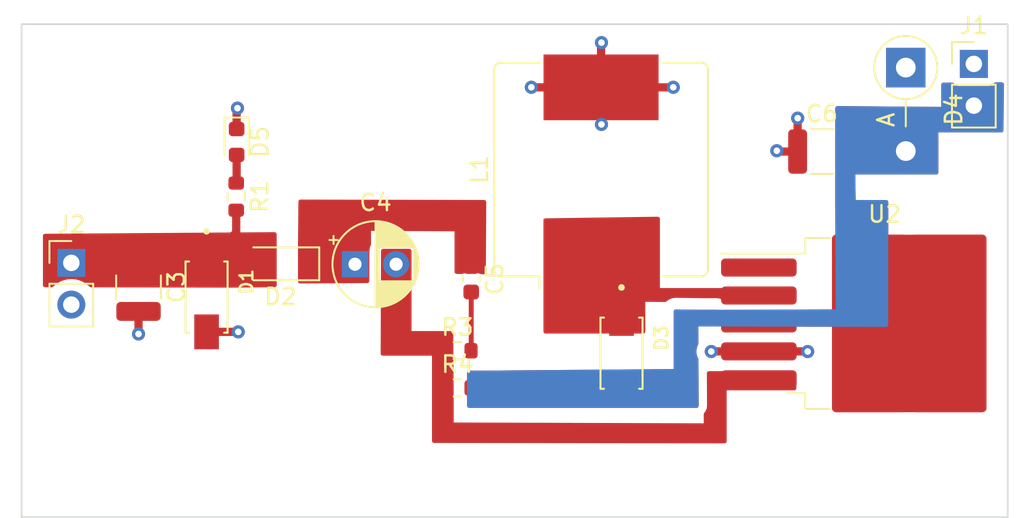
<source format=kicad_pcb>
(kicad_pcb (version 20221018) (generator pcbnew)
  (layers (0 "F.Cu" signal) (1 "In1.Cu" power "GND-1") (2 "In2.Cu" power "GND-2") (31 "B.Cu" signal) (34 "B.Paste" user) (35 "F.Paste" user) (36 "B.SilkS" user "B.Silkscreen") (37 "F.SilkS" user "F.Silkscreen") (38 "B.Mask" user) (39 "F.Mask" user) (44 "Edge.Cuts" user))
  (net 0 "")
  (net 1 "GND")
  (net 2 "-5V")
  (net 3 "+12V")
  (net 4 "Net-(D2-K)")
  (net 5 "Net-(U2-~{ON}{slash}OFF)")
  (net 6 "Net-(C5-Pad2)")
  (net 7 "Net-(U2-OUT)")
  (net 8 "Net-(D5-A)")
  (footprint "Connector_PinHeader_2.54mm:PinHeader_1x02_P2.54mm_Vertical" (layer "F.Cu") (at 67.9704 12.5476)
    (fp_text reference "J1" (at 0 -2.33) (layer "F.SilkS"))
    (fp_text value "OUT-SOCKET")
    (fp_line (start -1.33 -1.33) (end 0 -1.33) (stroke (width 0.12)) (layer "F.SilkS"))
    (fp_line (start -1.33 0) (end -1.33 -1.33) (stroke (width 0.12)) (layer "F.SilkS"))
    (fp_line (start -1.33 1.27) (end -1.33 3.87) (stroke (width 0.12)) (layer "F.SilkS"))
    (fp_line (start -1.33 1.27) (end 1.33 1.27) (stroke (width 0.12)) (layer "F.SilkS"))
    (fp_line (start -1.33 3.87) (end 1.33 3.87) (stroke (width 0.12)) (layer "F.SilkS"))
    (fp_line (start 1.33 1.27) (end 1.33 3.87) (stroke (width 0.12)) (layer "F.SilkS"))
    (pad "1" thru_hole rect (at 0 0) (size 1.7 1.7) (drill 1) (layers "*.Cu" "*.Mask") (net 1 "GND"))
    (pad "2" thru_hole oval (at 0 2.54) (size 1.7 1.7) (drill 1) (layers "*.Cu" "*.Mask") (net 2 "-5V"))
  )
  (footprint "Capacitor_SMD:C_1210_3225Metric" (layer "F.Cu") (at 17.145 26.1328 -90)
    (fp_text reference "C3" (at 0 -2.3 90) (layer "F.SilkS"))
    (fp_text value "100uF")
    (fp_line (start -0.711252 -1.36) (end 0.711252 -1.36) (stroke (width 0.12)) (layer "F.SilkS"))
    (fp_line (start -0.711252 1.36) (end 0.711252 1.36) (stroke (width 0.12)) (layer "F.SilkS"))
    (pad "1" smd roundrect (at -1.475 0 270) (size 1.15 2.7) (layers "F.Cu" "F.Paste" "F.Mask") (roundrect_rratio 0.217391) (net 3 "+12V"))
    (pad "2" smd roundrect (at 1.475 0 270) (size 1.15 2.7) (layers "F.Cu" "F.Paste" "F.Mask") (roundrect_rratio 0.217391) (net 1 "GND"))
  )
  (footprint "ES1J-mod:DIOM4325X250N" (layer "F.Cu") (at 46.5328 30.1498 -90)
    (fp_text reference "D3" (at -0.925 -2.43 -90) (layer "F.SilkS") (effects (font (size 0.787402 0.787402))))
    (fp_text value "ES1J")
    (fp_line (start -2.165 -1.28) (end -2.165 -1.07) (stroke (width 0.127)) (layer "F.SilkS"))
    (fp_line (start -2.165 1.28) (end -2.165 1.07) (stroke (width 0.127)) (layer "F.SilkS"))
    (fp_line (start -2.165 1.28) (end 2.165 1.28) (stroke (width 0.127)) (layer "F.SilkS"))
    (fp_line (start 2.165 -1.28) (end -2.165 -1.28) (stroke (width 0.127)) (layer "F.SilkS"))
    (fp_line (start 2.165 -1.07) (end 2.165 -1.28) (stroke (width 0.127)) (layer "F.SilkS"))
    (fp_line (start 2.165 1.28) (end 2.165 1.07) (stroke (width 0.127)) (layer "F.SilkS"))
    (fp_circle (center -4 0) (end -3.9 0) (stroke (width 0.2)) (fill none) (layer "F.SilkS"))
    (pad "A" smd rect (at 2.115 0 270) (size 2.12 1.5) (layers "F.Cu" "F.Paste" "F.Mask") (net 2 "-5V"))
    (pad "C" smd rect (at -2.115 0 270) (size 2.12 1.5) (layers "F.Cu" "F.Paste" "F.Mask") (net 7 "Net-(U2-OUT)"))
  )
  (footprint "Inductor_SMD:L_Bourns_SRR1208_12.7x12.7mm" (layer "F.Cu") (at 45.2882 18.9738 90)
    (fp_text reference "L1" (at 0 -7.4 90) (layer "F.SilkS"))
    (fp_text value "33uH")
    (fp_line (start -6.5 -6.1) (end -6.5 -3.75) (stroke (width 0.12)) (layer "F.SilkS"))
    (fp_line (start -6.5 -3.75) (end -7.25 -3.75) (stroke (width 0.12)) (layer "F.SilkS"))
    (fp_line (start -6.5 3.75) (end -6.5 6.1) (stroke (width 0.12)) (layer "F.SilkS"))
    (fp_line (start -6.1 -6.5) (end 6.1 -6.5) (stroke (width 0.12)) (layer "F.SilkS"))
    (fp_line (start 6.1 6.5) (end -6.1 6.5) (stroke (width 0.12)) (layer "F.SilkS"))
    (fp_line (start 6.5 -6.1) (end 6.5 -3.75) (stroke (width 0.12)) (layer "F.SilkS"))
    (fp_line (start 6.5 3.75) (end 6.5 6.1) (stroke (width 0.12)) (layer "F.SilkS"))
    (fp_arc (start -6.5 -6.1) (mid -6.382843 -6.382843) (end -6.1 -6.5) (stroke (width 0.12)) (layer "F.SilkS"))
    (fp_arc (start -6.1 6.5) (mid -6.382843 6.382843) (end -6.5 6.1) (stroke (width 0.12)) (layer "F.SilkS"))
    (fp_arc (start 6.1 -6.5) (mid 6.382843 -6.382843) (end 6.5 -6.1) (stroke (width 0.12)) (layer "F.SilkS"))
    (fp_arc (start 6.5 6.1) (mid 6.382843 6.382843) (end 6.1 6.5) (stroke (width 0.12)) (layer "F.SilkS"))
    (pad "1" smd rect (at -5 0 90) (size 4 7) (layers "F.Cu" "F.Paste" "F.Mask") (net 7 "Net-(U2-OUT)"))
    (pad "2" smd rect (at 5 0 90) (size 4 7) (layers "F.Cu" "F.Paste" "F.Mask") (net 1 "GND"))
  )
  (footprint "Resistor_SMD:R_0603_1608Metric" (layer "F.Cu") (at 36.5506 29.9974)
    (fp_text reference "R3" (at 0 -1.43) (layer "F.SilkS"))
    (fp_text value "47K")
    (fp_line (start -0.237258 -0.5225) (end 0.237258 -0.5225) (stroke (width 0.12)) (layer "F.SilkS"))
    (fp_line (start -0.237258 0.5225) (end 0.237258 0.5225) (stroke (width 0.12)) (layer "F.SilkS"))
    (pad "1" smd roundrect (at -0.825 0) (size 0.8 0.95) (layers "F.Cu" "F.Paste" "F.Mask") (net 5 "Net-(U2-~{ON}{slash}OFF)"))
    (pad "2" smd roundrect (at 0.825 0) (size 0.8 0.95) (layers "F.Cu" "F.Paste" "F.Mask") (net 6 "Net-(C5-Pad2)"))
  )
  (footprint "Resistor_SMD:R_0603_1608Metric" (layer "F.Cu") (at 23.0886 20.6248 -90)
    (fp_text reference "R1" (at 0 -1.43 90) (layer "F.SilkS"))
    (fp_text value "47K")
    (fp_line (start -0.237258 -0.5225) (end 0.237258 -0.5225) (stroke (width 0.12)) (layer "F.SilkS"))
    (fp_line (start -0.237258 0.5225) (end 0.237258 0.5225) (stroke (width 0.12)) (layer "F.SilkS"))
    (pad "1" smd roundrect (at -0.825 0 270) (size 0.8 0.95) (layers "F.Cu" "F.Paste" "F.Mask") (net 8 "Net-(D5-A)"))
    (pad "2" smd roundrect (at 0.825 0 270) (size 0.8 0.95) (layers "F.Cu" "F.Paste" "F.Mask") (net 3 "+12V"))
  )
  (footprint "LED_SMD:LED_0603_1608Metric" (layer "F.Cu") (at 23.114 17.2974 -90)
    (fp_text reference "D5" (at 0 -1.43 90) (layer "F.SilkS"))
    (fp_text value "LED")
    (fp_line (start -1.485 -0.735) (end -1.485 0.735) (stroke (width 0.12)) (layer "F.SilkS"))
    (fp_line (start -1.485 0.735) (end 0.8 0.735) (stroke (width 0.12)) (layer "F.SilkS"))
    (fp_line (start 0.8 -0.735) (end -1.485 -0.735) (stroke (width 0.12)) (layer "F.SilkS"))
    (pad "1" smd roundrect (at -0.7875 0 270) (size 0.875 0.95) (layers "F.Cu" "F.Paste" "F.Mask") (net 1 "GND"))
    (pad "2" smd roundrect (at 0.7875 0 270) (size 0.875 0.95) (layers "F.Cu" "F.Paste" "F.Mask") (net 8 "Net-(D5-A)"))
  )
  (footprint "Diode_SMD:D_SOD-123" (layer "F.Cu") (at 25.781 24.7104 180)
    (fp_text reference "D2" (at 0 -2) (layer "F.SilkS"))
    (fp_text value "SS34")
    (fp_line (start -2.36 -1) (end -2.36 1) (stroke (width 0.12)) (layer "F.SilkS"))
    (fp_line (start -2.36 -1) (end 1.65 -1) (stroke (width 0.12)) (layer "F.SilkS"))
    (fp_line (start -2.36 1) (end 1.65 1) (stroke (width 0.12)) (layer "F.SilkS"))
    (pad "1" smd roundrect (at -1.65 0 180) (size 0.9 1.2) (layers "F.Cu" "F.Paste" "F.Mask") (net 4 "Net-(D2-K)"))
    (pad "2" smd roundrect (at 1.65 0 180) (size 0.9 1.2) (layers "F.Cu" "F.Paste" "F.Mask") (net 3 "+12V"))
  )
  (footprint "Diode_THT:D_DO-15_P5.08mm_Vertical_AnodeUp" (layer "F.Cu") (at 63.8302 12.7714 -90)
    (fp_text reference "D4" (at 2.54 -2.92 90) (layer "F.SilkS"))
    (fp_text value "D-X-1A")
    (fp_text user "A" (at 3.18 1.2 90) (layer "F.SilkS"))
    (fp_line (start 1.92 0) (end 3.58 0) (stroke (width 0.12)) (layer "F.SilkS"))
    (fp_circle (center 0 0) (end 1.92 0) (stroke (width 0.12)) (fill none) (layer "F.SilkS"))
    (pad "1" thru_hole rect (at 0 0 270) (size 2.4 2.4) (drill 1.2) (layers "*.Cu" "*.Mask") (net 1 "GND"))
    (pad "2" thru_hole oval (at 5.08 0 270) (size 2.4 2.4) (drill 1.2) (layers "*.Cu" "*.Mask") (net 2 "-5V"))
  )
  (footprint "Resistor_SMD:R_0603_1608Metric" (layer "F.Cu") (at 36.5506 32.258)
    (fp_text reference "R4" (at 0 -1.43) (layer "F.SilkS"))
    (fp_text value "47K")
    (fp_line (start -0.237258 -0.5225) (end 0.237258 -0.5225) (stroke (width 0.12)) (layer "F.SilkS"))
    (fp_line (start -0.237258 0.5225) (end 0.237258 0.5225) (stroke (width 0.12)) (layer "F.SilkS"))
    (pad "1" smd roundrect (at -0.825 0) (size 0.8 0.95) (layers "F.Cu" "F.Paste" "F.Mask") (net 5 "Net-(U2-~{ON}{slash}OFF)"))
    (pad "2" smd roundrect (at 0.825 0) (size 0.8 0.95) (layers "F.Cu" "F.Paste" "F.Mask") (net 2 "-5V"))
  )
  (footprint "Connector_PinHeader_2.54mm:PinHeader_1x02_P2.54mm_Vertical" (layer "F.Cu") (at 13.0556 24.6546)
    (fp_text reference "J2" (at 0 -2.33) (layer "F.SilkS"))
    (fp_text value "IN-SOCKET")
    (fp_line (start -1.33 -1.33) (end 0 -1.33) (stroke (width 0.12)) (layer "F.SilkS"))
    (fp_line (start -1.33 0) (end -1.33 -1.33) (stroke (width 0.12)) (layer "F.SilkS"))
    (fp_line (start -1.33 1.27) (end -1.33 3.87) (stroke (width 0.12)) (layer "F.SilkS"))
    (fp_line (start -1.33 1.27) (end 1.33 1.27) (stroke (width 0.12)) (layer "F.SilkS"))
    (fp_line (start -1.33 3.87) (end 1.33 3.87) (stroke (width 0.12)) (layer "F.SilkS"))
    (fp_line (start 1.33 1.27) (end 1.33 3.87) (stroke (width 0.12)) (layer "F.SilkS"))
    (pad "1" thru_hole rect (at 0 0) (size 1.7 1.7) (drill 1) (layers "*.Cu" "*.Mask") (net 3 "+12V"))
    (pad "2" thru_hole oval (at 0 2.54) (size 1.7 1.7) (drill 1) (layers "*.Cu" "*.Mask") (net 1 "GND"))
  )
  (footprint "Capacitor_SMD:C_1210_3225Metric" (layer "F.Cu") (at 58.723 17.8816)
    (fp_text reference "C6" (at 0 -2.3) (layer "F.SilkS"))
    (fp_text value "47uF")
    (fp_line (start -0.711252 -1.36) (end 0.711252 -1.36) (stroke (width 0.12)) (layer "F.SilkS"))
    (fp_line (start -0.711252 1.36) (end 0.711252 1.36) (stroke (width 0.12)) (layer "F.SilkS"))
    (pad "1" smd roundrect (at -1.475 0) (size 1.15 2.7) (layers "F.Cu" "F.Paste" "F.Mask") (roundrect_rratio 0.217391) (net 1 "GND"))
    (pad "2" smd roundrect (at 1.475 0) (size 1.15 2.7) (layers "F.Cu" "F.Paste" "F.Mask") (roundrect_rratio 0.217391) (net 2 "-5V"))
  )
  (footprint "ES1J-mod:DIOM4325X250N" (layer "F.Cu") (at 21.2852 26.7364 -90)
    (fp_text reference "D1" (at -0.925 -2.43 -90) (layer "F.SilkS") (effects (font (size 0.787402 0.787402))))
    (fp_text value "SMAJ36A")
    (fp_line (start -2.165 -1.28) (end -2.165 -1.07) (stroke (width 0.127)) (layer "F.SilkS"))
    (fp_line (start -2.165 1.28) (end -2.165 1.07) (stroke (width 0.127)) (layer "F.SilkS"))
    (fp_line (start -2.165 1.28) (end 2.165 1.28) (stroke (width 0.127)) (layer "F.SilkS"))
    (fp_line (start 2.165 -1.28) (end -2.165 -1.28) (stroke (width 0.127)) (layer "F.SilkS"))
    (fp_line (start 2.165 -1.07) (end 2.165 -1.28) (stroke (width 0.127)) (layer "F.SilkS"))
    (fp_line (start 2.165 1.28) (end 2.165 1.07) (stroke (width 0.127)) (layer "F.SilkS"))
    (fp_circle (center -4 0) (end -3.9 0) (stroke (width 0.2)) (fill none) (layer "F.SilkS"))
    (pad "A" smd rect (at 2.115 0 270) (size 2.12 1.5) (layers "F.Cu" "F.Paste" "F.Mask") (net 1 "GND"))
    (pad "C" smd rect (at -2.115 0 270) (size 2.12 1.5) (layers "F.Cu" "F.Paste" "F.Mask") (net 3 "+12V"))
  )
  (footprint "Capacitor_SMD:C_0603_1608Metric" (layer "F.Cu") (at 37.3888 25.6502 -90)
    (fp_text reference "C5" (at 0 -1.43 -90) (layer "F.SilkS"))
    (fp_text value "0.1uF")
    (fp_line (start -0.14058 -0.51) (end 0.14058 -0.51) (stroke (width 0.12)) (layer "F.SilkS"))
    (fp_line (start -0.14058 0.51) (end 0.14058 0.51) (stroke (width 0.12)) (layer "F.SilkS"))
    (pad "1" smd roundrect (at -0.775 0 270) (size 0.9 0.95) (layers "F.Cu" "F.Paste" "F.Mask") (net 4 "Net-(D2-K)"))
    (pad "2" smd roundrect (at 0.775 0 270) (size 0.9 0.95) (layers "F.Cu" "F.Paste" "F.Mask") (net 6 "Net-(C5-Pad2)"))
  )
  (footprint "Package_TO_SOT_SMD:TO-263-5_TabPin3" (layer "F.Cu") (at 62.5394 28.339)
    (fp_text reference "U2" (at 0 -6.65) (layer "F.SilkS"))
    (fp_text value "LM2596S-ADJ")
    (fp_line (start -4.825 -5.2) (end -4.825 -4.25) (stroke (width 0.12)) (layer "F.SilkS"))
    (fp_line (start -4.825 -4.25) (end -9.95 -4.25) (stroke (width 0.12)) (layer "F.SilkS"))
    (fp_line (start -4.825 4.25) (end -5.925 4.25) (stroke (width 0.12)) (layer "F.SilkS"))
    (fp_line (start -4.825 5.2) (end -4.825 4.25) (stroke (width 0.12)) (layer "F.SilkS"))
    (fp_line (start -3.325 -5.2) (end -4.825 -5.2) (stroke (width 0.12)) (layer "F.SilkS"))
    (fp_line (start -3.325 5.2) (end -4.825 5.2) (stroke (width 0.12)) (layer "F.SilkS"))
    (pad "1" smd roundrect (at -7.65 -3.4) (size 4.6 1.1) (layers "F.Cu" "F.Paste" "F.Mask") (roundrect_rratio 0.227273) (net 4 "Net-(D2-K)"))
    (pad "2" smd roundrect (at -7.65 -1.7) (size 4.6 1.1) (layers "F.Cu" "F.Paste" "F.Mask") (roundrect_rratio 0.227273) (net 7 "Net-(U2-OUT)"))
    (pad "3" smd roundrect (at -7.65 0) (size 4.6 1.1) (layers "F.Cu" "F.Paste" "F.Mask") (roundrect_rratio 0.227273) (net 2 "-5V"))
    (pad "3" smd roundrect (at -0.925 -2.775) (size 4.55 5.25) (layers "F.Cu" "F.Paste") (roundrect_rratio 0.054945) (net 2 "-5V"))
    (pad "3" smd roundrect (at -0.925 2.775) (size 4.55 5.25) (layers "F.Cu" "F.Paste") (roundrect_rratio 0.054945) (net 2 "-5V"))
    (pad "3" smd roundrect (at 1.5 0) (size 9.4 10.8) (layers "F.Cu" "F.Mask") (roundrect_rratio 0.026596) (net 2 "-5V"))
    (pad "3" smd roundrect (at 3.925 -2.775) (size 4.55 5.25) (layers "F.Cu" "F.Paste") (roundrect_rratio 0.054945) (net 2 "-5V"))
    (pad "3" smd roundrect (at 3.925 2.775) (size 4.55 5.25) (layers "F.Cu" "F.Paste") (roundrect_rratio 0.054945) (net 2 "-5V"))
    (pad "4" smd roundrect (at -7.65 1.7) (size 4.6 1.1) (layers "F.Cu" "F.Paste" "F.Mask") (roundrect_rratio 0.227273) (net 1 "GND"))
    (pad "5" smd roundrect (at -7.65 3.4) (size 4.6 1.1) (layers "F.Cu" "F.Paste" "F.Mask") (roundrect_rratio 0.227273) (net 5 "Net-(U2-~{ON}{slash}OFF)"))
  )
  (footprint "Capacitor_THT:CP_Radial_D5.0mm_P2.50mm" (layer "F.Cu") (at 30.316288 24.7358)
    (fp_text reference "C4" (at 1.25 -3.75) (layer "F.SilkS"))
    (fp_text value "68uF")
    (fp_line (start -1.554775 -1.475) (end -1.054775 -1.475) (stroke (width 0.12)) (layer "F.SilkS"))
    (fp_line (start -1.304775 -1.725) (end -1.304775 -1.225) (stroke (width 0.12)) (layer "F.SilkS"))
    (fp_line (start 1.25 -2.58) (end 1.25 2.58) (stroke (width 0.12)) (layer "F.SilkS"))
    (fp_line (start 1.29 -2.58) (end 1.29 2.58) (stroke (width 0.12)) (layer "F.SilkS"))
    (fp_line (start 1.33 -2.579) (end 1.33 2.579) (stroke (width 0.12)) (layer "F.SilkS"))
    (fp_line (start 1.37 -2.578) (end 1.37 2.578) (stroke (width 0.12)) (layer "F.SilkS"))
    (fp_line (start 1.41 -2.576) (end 1.41 2.576) (stroke (width 0.12)) (layer "F.SilkS"))
    (fp_line (start 1.45 -2.573) (end 1.45 2.573) (stroke (width 0.12)) (layer "F.SilkS"))
    (fp_line (start 1.49 -2.569) (end 1.49 -1.04) (stroke (width 0.12)) (layer "F.SilkS"))
    (fp_line (start 1.49 1.04) (end 1.49 2.569) (stroke (width 0.12)) (layer "F.SilkS"))
    (fp_line (start 1.53 -2.565) (end 1.53 -1.04) (stroke (width 0.12)) (layer "F.SilkS"))
    (fp_line (start 1.53 1.04) (end 1.53 2.565) (stroke (width 0.12)) (layer "F.SilkS"))
    (fp_line (start 1.57 -2.561) (end 1.57 -1.04) (stroke (width 0.12)) (layer "F.SilkS"))
    (fp_line (start 1.57 1.04) (end 1.57 2.561) (stroke (width 0.12)) (layer "F.SilkS"))
    (fp_line (start 1.61 -2.556) (end 1.61 -1.04) (stroke (width 0.12)) (layer "F.SilkS"))
    (fp_line (start 1.61 1.04) (end 1.61 2.556) (stroke (width 0.12)) (layer "F.SilkS"))
    (fp_line (start 1.65 -2.55) (end 1.65 -1.04) (stroke (width 0.12)) (layer "F.SilkS"))
    (fp_line (start 1.65 1.04) (end 1.65 2.55) (stroke (width 0.12)) (layer "F.SilkS"))
    (fp_line (start 1.69 -2.543) (end 1.69 -1.04) (stroke (width 0.12)) (layer "F.SilkS"))
    (fp_line (start 1.69 1.04) (end 1.69 2.543) (stroke (width 0.12)) (layer "F.SilkS"))
    (fp_line (start 1.73 -2.536) (end 1.73 -1.04) (stroke (width 0.12)) (layer "F.SilkS"))
    (fp_line (start 1.73 1.04) (end 1.73 2.536) (stroke (width 0.12)) (layer "F.SilkS"))
    (fp_line (start 1.77 -2.528) (end 1.77 -1.04) (stroke (width 0.12)) (layer "F.SilkS"))
    (fp_line (start 1.77 1.04) (end 1.77 2.528) (stroke (width 0.12)) (layer "F.SilkS"))
    (fp_line (start 1.81 -2.52) (end 1.81 -1.04) (stroke (width 0.12)) (layer "F.SilkS"))
    (fp_line (start 1.81 1.04) (end 1.81 2.52) (stroke (width 0.12)) (layer "F.SilkS"))
    (fp_line (start 1.85 -2.511) (end 1.85 -1.04) (stroke (width 0.12)) (layer "F.SilkS"))
    (fp_line (start 1.85 1.04) (end 1.85 2.511) (stroke (width 0.12)) (layer "F.SilkS"))
    (fp_line (start 1.89 -2.501) (end 1.89 -1.04) (stroke (width 0.12)) (layer "F.SilkS"))
    (fp_line (start 1.89 1.04) (end 1.89 2.501) (stroke (width 0.12)) (layer "F.SilkS"))
    (fp_line (start 1.93 -2.491) (end 1.93 -1.04) (stroke (width 0.12)) (layer "F.SilkS"))
    (fp_line (start 1.93 1.04) (end 1.93 2.491) (stroke (width 0.12)) (layer "F.SilkS"))
    (fp_line (start 1.971 -2.48) (end 1.971 -1.04) (stroke (width 0.12)) (layer "F.SilkS"))
    (fp_line (start 1.971 1.04) (end 1.971 2.48) (stroke (width 0.12)) (layer "F.SilkS"))
    (fp_line (start 2.011 -2.468) (end 2.011 -1.04) (stroke (width 0.12)) (layer "F.SilkS"))
    (fp_line (start 2.011 1.04) (end 2.011 2.468) (stroke (width 0.12)) (layer "F.SilkS"))
    (fp_line (start 2.051 -2.455) (end 2.051 -1.04) (stroke (width 0.12)) (layer "F.SilkS"))
    (fp_line (start 2.051 1.04) (end 2.051 2.455) (stroke (width 0.12)) (layer "F.SilkS"))
    (fp_line (start 2.091 -2.442) (end 2.091 -1.04) (stroke (width 0.12)) (layer "F.SilkS"))
    (fp_line (start 2.091 1.04) (end 2.091 2.442) (stroke (width 0.12)) (layer "F.SilkS"))
    (fp_line (start 2.131 -2.428) (end 2.131 -1.04) (stroke (width 0.12)) (layer "F.SilkS"))
    (fp_line (start 2.131 1.04) (end 2.131 2.428) (stroke (width 0.12)) (layer "F.SilkS"))
    (fp_line (start 2.171 -2.414) (end 2.171 -1.04) (stroke (width 0.12)) (layer "F.SilkS"))
    (fp_line (start 2.171 1.04) (end 2.171 2.414) (stroke (width 0.12)) (layer "F.SilkS"))
    (fp_line (start 2.211 -2.398) (end 2.211 -1.04) (stroke (width 0.12)) (layer "F.SilkS"))
    (fp_line (start 2.211 1.04) (end 2.211 2.398) (stroke (width 0.12)) (layer "F.SilkS"))
    (fp_line (start 2.251 -2.382) (end 2.251 -1.04) (stroke (width 0.12)) (layer "F.SilkS"))
    (fp_line (start 2.251 1.04) (end 2.251 2.382) (stroke (width 0.12)) (layer "F.SilkS"))
    (fp_line (start 2.291 -2.365) (end 2.291 -1.04) (stroke (width 0.12)) (layer "F.SilkS"))
    (fp_line (start 2.291 1.04) (end 2.291 2.365) (stroke (width 0.12)) (layer "F.SilkS"))
    (fp_line (start 2.331 -2.348) (end 2.331 -1.04) (stroke (width 0.12)) (layer "F.SilkS"))
    (fp_line (start 2.331 1.04) (end 2.331 2.348) (stroke (width 0.12)) (layer "F.SilkS"))
    (fp_line (start 2.371 -2.329) (end 2.371 -1.04) (stroke (width 0.12)) (layer "F.SilkS"))
    (fp_line (start 2.371 1.04) (end 2.371 2.329) (stroke (width 0.12)) (layer "F.SilkS"))
    (fp_line (start 2.411 -2.31) (end 2.411 -1.04) (stroke (width 0.12)) (layer "F.SilkS"))
    (fp_line (start 2.411 1.04) (end 2.411 2.31) (stroke (width 0.12)) (layer "F.SilkS"))
    (fp_line (start 2.451 -2.29) (end 2.451 -1.04) (stroke (width 0.12)) (layer "F.SilkS"))
    (fp_line (start 2.451 1.04) (end 2.451 2.29) (stroke (width 0.12)) (layer "F.SilkS"))
    (fp_line (start 2.491 -2.268) (end 2.491 -1.04) (stroke (width 0.12)) (layer "F.SilkS"))
    (fp_line (start 2.491 1.04) (end 2.491 2.268) (stroke (width 0.12)) (layer "F.SilkS"))
    (fp_line (start 2.531 -2.247) (end 2.531 -1.04) (stroke (width 0.12)) (layer "F.SilkS"))
    (fp_line (start 2.531 1.04) (end 2.531 2.247) (stroke (width 0.12)) (layer "F.SilkS"))
    (fp_line (start 2.571 -2.224) (end 2.571 -1.04) (stroke (width 0.12)) (layer "F.SilkS"))
    (fp_line (start 2.571 1.04) (end 2.571 2.224) (stroke (width 0.12)) (layer "F.SilkS"))
    (fp_line (start 2.611 -2.2) (end 2.611 -1.04) (stroke (width 0.12)) (layer "F.SilkS"))
    (fp_line (start 2.611 1.04) (end 2.611 2.2) (stroke (width 0.12)) (layer "F.SilkS"))
    (fp_line (start 2.651 -2.175) (end 2.651 -1.04) (stroke (width 0.12)) (layer "F.SilkS"))
    (fp_line (start 2.651 1.04) (end 2.651 2.175) (stroke (width 0.12)) (layer "F.SilkS"))
    (fp_line (start 2.691 -2.149) (end 2.691 -1.04) (stroke (width 0.12)) (layer "F.SilkS"))
    (fp_line (start 2.691 1.04) (end 2.691 2.149) (stroke (width 0.12)) (layer "F.SilkS"))
    (fp_line (start 2.731 -2.122) (end 2.731 -1.04) (stroke (width 0.12)) (layer "F.SilkS"))
    (fp_line (start 2.731 1.04) (end 2.731 2.122) (stroke (width 0.12)) (layer "F.SilkS"))
    (fp_line (start 2.771 -2.095) (end 2.771 -1.04) (stroke (width 0.12)) (layer "F.SilkS"))
    (fp_line (start 2.771 1.04) (end 2.771 2.095) (stroke (width 0.12)) (layer "F.SilkS"))
    (fp_line (start 2.811 -2.065) (end 2.811 -1.04) (stroke (width 0.12)) (layer "F.SilkS"))
    (fp_line (start 2.811 1.04) (end 2.811 2.065) (stroke (width 0.12)) (layer "F.SilkS"))
    (fp_line (start 2.851 -2.035) (end 2.851 -1.04) (stroke (width 0.12)) (layer "F.SilkS"))
    (fp_line (start 2.851 1.04) (end 2.851 2.035) (stroke (width 0.12)) (layer "F.SilkS"))
    (fp_line (start 2.891 -2.004) (end 2.891 -1.04) (stroke (width 0.12)) (layer "F.SilkS"))
    (fp_line (start 2.891 1.04) (end 2.891 2.004) (stroke (width 0.12)) (layer "F.SilkS"))
    (fp_line (start 2.931 -1.971) (end 2.931 -1.04) (stroke (width 0.12)) (layer "F.SilkS"))
    (fp_line (start 2.931 1.04) (end 2.931 1.971) (stroke (width 0.12)) (layer "F.SilkS"))
    (fp_line (start 2.971 -1.937) (end 2.971 -1.04) (stroke (width 0.12)) (layer "F.SilkS"))
    (fp_line (start 2.971 1.04) (end 2.971 1.937) (stroke (width 0.12)) (layer "F.SilkS"))
    (fp_line (start 3.011 -1.901) (end 3.011 -1.04) (stroke (width 0.12)) (layer "F.SilkS"))
    (fp_line (start 3.011 1.04) (end 3.011 1.901) (stroke (width 0.12)) (layer "F.SilkS"))
    (fp_line (start 3.051 -1.864) (end 3.051 -1.04) (stroke (width 0.12)) (layer "F.SilkS"))
    (fp_line (start 3.051 1.04) (end 3.051 1.864) (stroke (width 0.12)) (layer "F.SilkS"))
    (fp_line (start 3.091 -1.826) (end 3.091 -1.04) (stroke (width 0.12)) (layer "F.SilkS"))
    (fp_line (start 3.091 1.04) (end 3.091 1.826) (stroke (width 0.12)) (layer "F.SilkS"))
    (fp_line (start 3.131 -1.785) (end 3.131 -1.04) (stroke (width 0.12)) (layer "F.SilkS"))
    (fp_line (start 3.131 1.04) (end 3.131 1.785) (stroke (width 0.12)) (layer "F.SilkS"))
    (fp_line (start 3.171 -1.743) (end 3.171 -1.04) (stroke (width 0.12)) (layer "F.SilkS"))
    (fp_line (start 3.171 1.04) (end 3.171 1.743) (stroke (width 0.12)) (layer "F.SilkS"))
    (fp_line (start 3.211 -1.699) (end 3.211 -1.04) (stroke (width 0.12)) (layer "F.SilkS"))
    (fp_line (start 3.211 1.04) (end 3.211 1.699) (stroke (width 0.12)) (layer "F.SilkS"))
    (fp_line (start 3.251 -1.653) (end 3.251 -1.04) (stroke (width 0.12)) (layer "F.SilkS"))
    (fp_line (start 3.251 1.04) (end 3.251 1.653) (stroke (width 0.12)) (layer "F.SilkS"))
    (fp_line (start 3.291 -1.605) (end 3.291 -1.04) (stroke (width 0.12)) (layer "F.SilkS"))
    (fp_line (start 3.291 1.04) (end 3.291 1.605) (stroke (width 0.12)) (layer "F.SilkS"))
    (fp_line (start 3.331 -1.554) (end 3.331 -1.04) (stroke (width 0.12)) (layer "F.SilkS"))
    (fp_line (start 3.331 1.04) (end 3.331 1.554) (stroke (width 0.12)) (layer "F.SilkS"))
    (fp_line (start 3.371 -1.5) (end 3.371 -1.04) (stroke (width 0.12)) (layer "F.SilkS"))
    (fp_line (start 3.371 1.04) (end 3.371 1.5) (stroke (width 0.12)) (layer "F.SilkS"))
    (fp_line (start 3.411 -1.443) (end 3.411 -1.04) (stroke (width 0.12)) (layer "F.SilkS"))
    (fp_line (start 3.411 1.04) (end 3.411 1.443) (stroke (width 0.12)) (layer "F.SilkS"))
    (fp_line (start 3.451 -1.383) (end 3.451 -1.04) (stroke (width 0.12)) (layer "F.SilkS"))
    (fp_line (start 3.451 1.04) (end 3.451 1.383) (stroke (width 0.12)) (layer "F.SilkS"))
    (fp_line (start 3.491 -1.319) (end 3.491 -1.04) (stroke (width 0.12)) (layer "F.SilkS"))
    (fp_line (start 3.491 1.04) (end 3.491 1.319) (stroke (width 0.12)) (layer "F.SilkS"))
    (fp_line (start 3.531 -1.251) (end 3.531 -1.04) (stroke (width 0.12)) (layer "F.SilkS"))
    (fp_line (start 3.531 1.04) (end 3.531 1.251) (stroke (width 0.12)) (layer "F.SilkS"))
    (fp_line (start 3.571 -1.178) (end 3.571 1.178) (stroke (width 0.12)) (layer "F.SilkS"))
    (fp_line (start 3.611 -1.098) (end 3.611 1.098) (stroke (width 0.12)) (layer "F.SilkS"))
    (fp_line (start 3.651 -1.011) (end 3.651 1.011) (stroke (width 0.12)) (layer "F.SilkS"))
    (fp_line (start 3.691 -0.915) (end 3.691 0.915) (stroke (width 0.12)) (layer "F.SilkS"))
    (fp_line (start 3.731 -0.805) (end 3.731 0.805) (stroke (width 0.12)) (layer "F.SilkS"))
    (fp_line (start 3.771 -0.677) (end 3.771 0.677) (stroke (width 0.12)) (layer "F.SilkS"))
    (fp_line (start 3.811 -0.518) (end 3.811 0.518) (stroke (width 0.12)) (layer "F.SilkS"))
    (fp_line (start 3.851 -0.284) (end 3.851 0.284) (stroke (width 0.12)) (layer "F.SilkS"))
    (fp_circle (center 1.25 0) (end 3.87 0) (stroke (width 0.12)) (fill none) (layer "F.SilkS"))
    (pad "1" thru_hole rect (at 0 0) (size 1.6 1.6) (drill 0.8) (layers "*.Cu" "*.Mask") (net 4 "Net-(D2-K)"))
    (pad "2" thru_hole circle (at 2.5 0) (size 1.6 1.6) (drill 0.8) (layers "*.Cu" "*.Mask") (net 5 "Net-(U2-~{ON}{slash}OFF)"))
  )
  (gr_rect (start 10.0278 10.132) (end 70.0278 40.132) (stroke (width 0.1)) (fill none) (layer "Edge.Cuts"))
  (segment (start 17.145 27.6078) (end 17.145 28.9814) (width 0.5) (layer "F.Cu") (net 1))
  (segment (start 57.852 30.039) (end 54.8894 30.039) (width 0.5) (layer "F.Cu") (net 1))
  (segment (start 21.2852 28.8514) (end 23.2126 28.8514) (width 0.5) (layer "F.Cu") (net 1))
  (segment (start 45.2882 13.9738) (end 45.2882 16.2052) (width 0.5) (layer "F.Cu") (net 1))
  (segment (start 41.0502 13.9738) (end 41.0464 13.97) (width 0.5) (layer "F.Cu") (net 1))
  (segment (start 56.0324 17.8816) (end 55.9816 17.8308) (width 0.5) (layer "F.Cu") (net 1))
  (segment (start 45.2882 13.9738) (end 45.2882 11.2776) (width 0.5) (layer "F.Cu") (net 1))
  (segment (start 45.2882 16.2052) (end 45.3136 16.2306) (width 0.5) (layer "F.Cu") (net 1))
  (segment (start 45.2882 11.2776) (end 45.3136 11.2522) (width 0.5) (layer "F.Cu") (net 1))
  (segment (start 57.248 17.8816) (end 57.248 15.8532) (width 0.5) (layer "F.Cu") (net 1))
  (segment (start 57.8612 30.0482) (end 57.852 30.039) (width 0.5) (layer "F.Cu") (net 1))
  (segment (start 45.2882 13.9738) (end 49.6786 13.9738) (width 0.5) (layer "F.Cu") (net 1))
  (segment (start 23.2126 28.8514) (end 23.2664 28.9052) (width 0.5) (layer "F.Cu") (net 1))
  (segment (start 23.114 16.5099) (end 23.114 15.2908) (width 0.5) (layer "F.Cu") (net 1))
  (segment (start 51.9938 30.0482) (end 52.003 30.039) (width 0.5) (layer "F.Cu") (net 1))
  (segment (start 52.003 30.039) (end 54.8894 30.039) (width 0.5) (layer "F.Cu") (net 1))
  (segment (start 57.248 17.8816) (end 56.0324 17.8816) (width 0.5) (layer "F.Cu") (net 1))
  (segment (start 49.6786 13.9738) (end 49.6824 13.97) (width 0.5) (layer "F.Cu") (net 1))
  (segment (start 45.2882 13.9738) (end 41.0502 13.9738) (width 0.5) (layer "F.Cu") (net 1))
  (segment (start 23.114 15.2908) (end 23.1648 15.24) (width 0.5) (layer "F.Cu") (net 1))
  (segment (start 57.248 15.8532) (end 57.2516 15.8496) (width 0.5) (layer "F.Cu") (net 1))
  (via (at 49.6824 13.97) (size 0.8) (drill 0.4) (layers "F.Cu" "B.Cu") (net 1))
  (via (at 23.2126 28.8514) (size 0.8) (drill 0.4) (layers "F.Cu" "B.Cu") (net 1))
  (via (at 55.9816 17.8308) (size 0.8) (drill 0.4) (layers "F.Cu" "B.Cu") (net 1))
  (via (at 17.145 28.9814) (size 0.8) (drill 0.4) (layers "F.Cu" "B.Cu") (net 1))
  (via (at 57.8612 30.0482) (size 0.8) (drill 0.4) (layers "F.Cu" "B.Cu") (net 1))
  (via (at 41.0464 13.97) (size 0.8) (drill 0.4) (layers "F.Cu" "B.Cu") (net 1))
  (via (at 51.9938 30.0482) (size 0.8) (drill 0.4) (layers "F.Cu" "B.Cu") (net 1))
  (via (at 57.2516 15.8496) (size 0.8) (drill 0.4) (layers "F.Cu" "B.Cu") (net 1))
  (via (at 45.3136 16.2306) (size 0.8) (drill 0.4) (layers "F.Cu" "B.Cu") (net 1))
  (via (at 45.3136 11.2522) (size 0.8) (drill 0.4) (layers "F.Cu" "B.Cu") (net 1))
  (via (at 23.1648 15.24) (size 0.8) (drill 0.4) (layers "F.Cu" "B.Cu") (net 1))
  (segment (start 23.0886 21.4498) (end 23.0886 22.818) (width 0.5) (layer "F.Cu") (net 3))
  (segment (start 23.0886 22.818) (end 21.2852 24.6214) (width 0.5) (layer "F.Cu") (net 3))
  (segment (start 37.3888 29.9842) (end 37.3756 29.9974) (width 0.3) (layer "F.Cu") (net 6))
  (segment (start 37.3888 26.4252) (end 37.3888 29.9842) (width 0.3) (layer "F.Cu") (net 6))
  (segment (start 23.114 18.0849) (end 23.114 19.7744) (width 0.5) (layer "F.Cu") (net 8))
  (segment (start 23.114 19.7744) (end 23.0886 19.7998) (width 0.5) (layer "F.Cu") (net 8))
  (zone (net 4) (net_name "Net-(D2-K)") (layer "F.Cu") (name "D2-K") (priority 1) (connect_pads yes (clearance 0.7)) (min_thickness 0.25) (fill yes (thermal_gap 0.5) (thermal_bridge_width 0.5))
    (polygon (pts (xy 26.8478 23.622) (xy 26.8478 25.908) (xy 31.2928 25.8826) (xy 31.2928 22.7076) (xy 36.3728 22.733) (xy 36.3728 25.3238) (xy 38.2778 25.3492) (xy 38.3032 20.828) (xy 26.8732 20.8026)))
  )
  (zone (net 5) (net_name "Net-(U2-~{ON}{slash}OFF)") (layer "F.Cu") (name "gnd-layer-2&3") (priority 2) (connect_pads yes (clearance 0.5)) (min_thickness 0.25) (fill yes (thermal_gap 0.5) (thermal_bridge_width 0.5))
    (polygon (pts (xy 31.9024 23.7998) (xy 33.7566 23.7998) (xy 33.7566 28.8036) (xy 36.2966 28.8036) (xy 36.322 32.9184) (xy 36.322 34.3662) (xy 51.5366 34.417) (xy 51.5366 31.242) (xy 57.15 31.242) (xy 57.1754 32.4104) (xy 52.9336 32.4104) (xy 52.9336 35.6362) (xy 35.0012 35.6108) (xy 35.0012 30.3022) (xy 31.877 30.3022)))
  )
  (zone (net 7) (net_name "Net-(U2-OUT)") (layer "F.Cu") (name "U2-OUT") (priority 1) (connect_pads yes (clearance 0.7)) (min_thickness 0.25) (fill yes (thermal_gap 0.5) (thermal_bridge_width 0.5))
    (polygon (pts (xy 41.783 21.9456) (xy 41.783 28.956) (xy 47.9806 28.956) (xy 47.9806 27.0256) (xy 57.1754 27.0764) (xy 57.1754 26.1874) (xy 48.8696 26.1874) (xy 48.8696 21.844)))
  )
  (zone (net 3) (net_name "+12V") (layer "F.Cu") (name "+12V") (priority 1) (connect_pads yes (clearance 0.7)) (min_thickness 0.25) (fill yes (thermal_gap 0.5) (thermal_bridge_width 0.5))
    (polygon (pts (xy 11.3284 22.8854) (xy 11.3284 26.1366) (xy 22.733 26.162) (xy 25.5524 26.1366) (xy 25.5524 22.7838)))
  )
  (zone (net 2) (net_name "-5V") (layers "F&B.Cu") (name "gnd-layer-2&3") (priority 3) (connect_pads yes (clearance 0.5)) (min_thickness 0.25) (fill yes (thermal_gap 0.5) (thermal_bridge_width 0.5))
    (polygon (pts (xy 37.1348 31.2166) (xy 37.1348 33.4772) (xy 51.2318 33.4772) (xy 51.2064 28.5242) (xy 62.7634 28.5496) (xy 62.7634 20.828) (xy 60.7822 20.828) (xy 60.7568 19.2786) (xy 65.8114 19.2786) (xy 65.8114 16.7132) (xy 69.7738 16.7132) (xy 69.7992 13.6652) (xy 65.9892 13.6906) (xy 65.9892 15.1638) (xy 59.5376 15.113) (xy 59.5376 21.1328) (xy 59.563 27.4828) (xy 51.4096 27.5082) (xy 49.7078 27.4828) (xy 49.7078 31.115)))
  )
)
</source>
